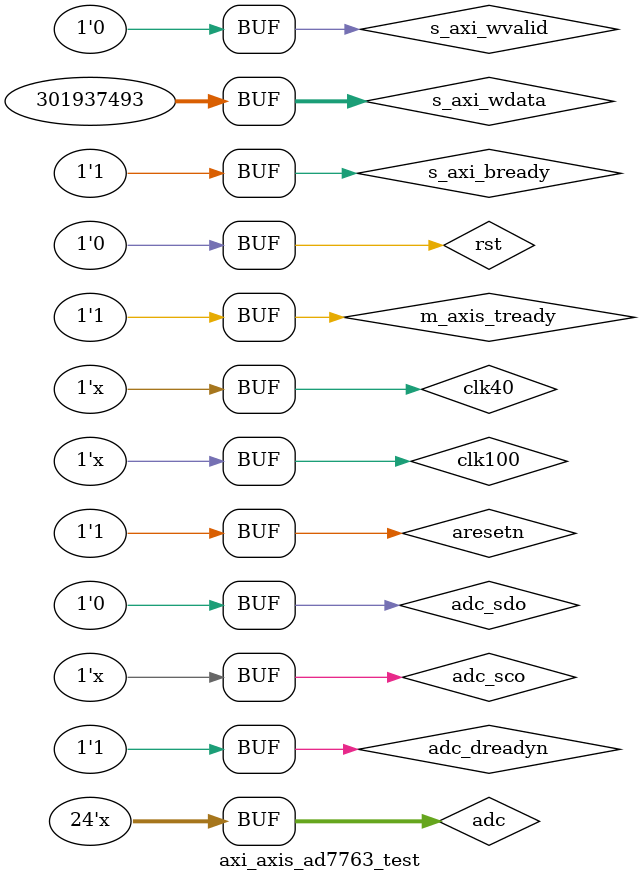
<source format=v>
`timescale 1ns / 100ps

module axi_axis_ad7763_test(    );

    // CLK & RST
    reg clk100;
    reg clk40;
    reg rst;
    
    // AXI Slave side
    localparam AXI_ADDR_WIDTH = 12;
    localparam AXI_DATA_WIDTH = 32;

    reg [AXI_ADDR_WIDTH-1:0]    s_axi_awaddr;  // AXI4-Lite slave: Write address
    reg                         s_axi_awvalid; // AXI4-Lite slave: Write address valid
    wire                        s_axi_awready; // AXI4-Lite slave: Write address ready
    reg [AXI_DATA_WIDTH-1:0]    s_axi_wdata;   // AXI4-Lite slave: Write data
    reg                         s_axi_wvalid;  // AXI4-Lite slave: Write data valid
    wire                        s_axi_wready;  // AXI4-Lite slave: Write data ready
    wire [1:0]                  s_axi_bresp;   // AXI4-Lite slave: Write response
    wire                        s_axi_bvalid;  // AXI4-Lite slave: Write response valid
    reg                         s_axi_bready;  // AXI4-Lite slave: Write response ready
    reg  [AXI_DATA_WIDTH-1:0]   s_axi_araddr;  // AXI4-Lite slave: Read address
    reg                         s_axi_arvalid; // AXI4-Lite slave: Read address valid
    wire                        s_axi_arready; // AXI4-Lite slave: Read address ready
    wire [AXI_DATA_WIDTH-1:0]   s_axi_rdata;   // AXI4-Lite slave: Read data
    wire [1:0]                  s_axi_rresp;   // AXI4-Lite slave: Read data response
    wire                        s_axi_rvalid;  // AXI4-Lite slave: Read data valid
    reg                         s_axi_rready;  // AXI4-Lite slave: Read data ready

    // AXIS Master side
    localparam AXIS_WIDTH = 24;
    wire [AXIS_WIDTH-1:0]       m_axis_tdata;
    wire                        m_axis_tvalid;
    reg                         m_axis_tready;
    wire                        m_axis_aclk;
    
    // ADC Connections
    wire               adc_sco;       // Serial Clock Out
    reg                adc_dreadyn;      // Frame Sync Out, negated
    reg                adc_sdo;       // Serial Data Out
    wire               adc_fsin;      // Frame Sync In, negated
    wire               adc_sdi;        // Serial Data In

    wire aresetn = ~rst;
    assign adc_sco = clk40;
    axi_axis_ad7763 DUT(
        clk100, aresetn, 
        adc_sco,
        
        s_axi_awaddr, s_axi_awvalid, s_axi_awready, 
        s_axi_wdata, s_axi_wvalid, s_axi_wready,
        s_axi_bresp, s_axi_bvalid, s_axi_bready,
        s_axi_araddr, s_axi_arvalid, s_axi_arready,
        s_axi_rdata, s_axi_rresp, s_axi_rvalid, s_axi_rready,
        
        // AXIS Master side
        m_axis_tdata, m_axis_tvalid, m_axis_tready, m_axis_aclk,
         
        // ADC Connections
        adc_dreadyn, adc_sdo, adc_fsin, adc_sdi
        );
    
    reg [23:0] adc;
    initial begin
        // init
        clk40 = 0;
        clk100 = 0;
        rst = 1;
        s_axi_wvalid = 0;
        s_axi_wdata = 32'hFFFF;
        s_axi_bready = 0;
//        adc_dreadyn = 1;
        adc_sdo  = 0;
        m_axis_tready = 0;
        adc = 0;
        
        // reset
        #10 rst = 0;
        //#60 rst = 0;
        
        // write wdata
        s_axi_wdata = 32'h11FF3355;
        s_axi_bready = 1;
        #10 s_axi_wvalid = 1; 
        #10 s_axi_wvalid = 0;

//        // write wdata (do not accept)        
//        #50
//        s_axi_wdata = 32'hFFFFFFFF;
//        s_axi_bready = 1;
//        #10 s_axi_wvalid = 1;
//        #10 s_axi_wvalid = 0;
                
        #17000
        m_axis_tready = 1;
//        #25
//        m_axis_tready = 0;
    end
    
    always begin
        //#100 adc = adc; // stretch
        #25 adc_dreadyn = 0;
        adc = adc + 1;
        #25 adc_dreadyn = 1;
        adc_sdo = adc[23];
        #25 adc_sdo = adc[22];
        #25 adc_sdo = adc[21];
        #25 adc_sdo = adc[20];
        #25 adc_sdo = adc[19];
        #25 adc_sdo = adc[18];
        #25 adc_sdo = adc[17];
        #25 adc_sdo = adc[16];
        #25 adc_sdo = adc[15];
        #25 adc_sdo = adc[14];
        #25 adc_sdo = adc[13];
        #25 adc_sdo = adc[12];
        #25 adc_sdo = adc[11];
        #25 adc_sdo = adc[10];
        #25 adc_sdo = adc[9];
        #25 adc_sdo = adc[8];
        #25 adc_sdo = adc[7];
        #25 adc_sdo = adc[6];
        #25 adc_sdo = adc[5];
        #25 adc_sdo = adc[4];
        #25 adc_sdo = adc[3];
        #25 adc_sdo = adc[2];
        #25 adc_sdo = adc[1];
        #25 adc_sdo = adc[0];        
        #25 adc_sdo = 0; // ST6
        #25 adc_sdo = 0; // ST5
        #25 adc_sdo = 0; // ST4
        #25 adc_sdo = 0; // ST3
        #25 adc_sdo = 0; // ST2
        #25 adc_sdo = 0; // ST1
        #25 adc_sdo = 0; // ST0
        #25 adc_sdo = 0; // Tri-State
    end    
    
    // Generate CLK 40 MH
    always begin
        #12.5
        clk40 = ~clk40;
    end

    // Generate CLK 100 MHz
    always
    begin
        #5
        clk100 = ~clk100;
    end
endmodule

</source>
